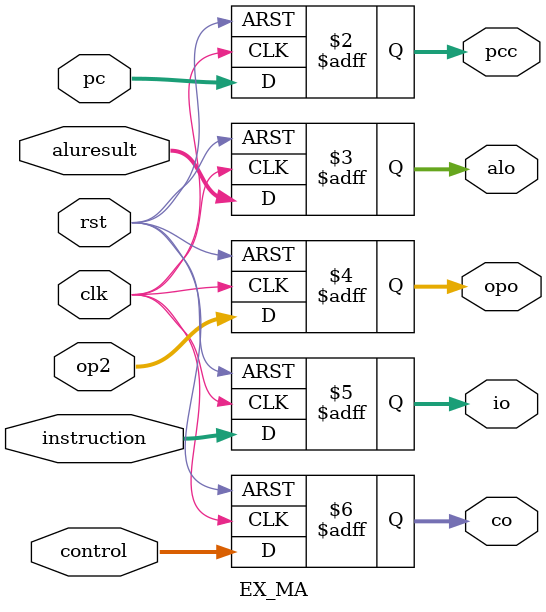
<source format=v>
module EX_MA (
  input clk,
  input rst,
  input [31:0] pc, aluresult, op2, instruction,
  input [21:0] control,
  output reg [31:0] pcc, alo, opo, io,
  output reg [21:0] co
);
  always @(posedge clk or posedge rst) begin
      if (rst) begin
          pcc <= 32'b0;
          alo <= 32'b0;
          opo <= 32'b0;
          io  <= 32'b0;
          co  <= 22'b0;
      end else begin
          pcc <= pc;
          alo <= aluresult;
          opo <= op2;
          io  <= instruction;
          co  <= control;
      end
  end
endmodule

</source>
